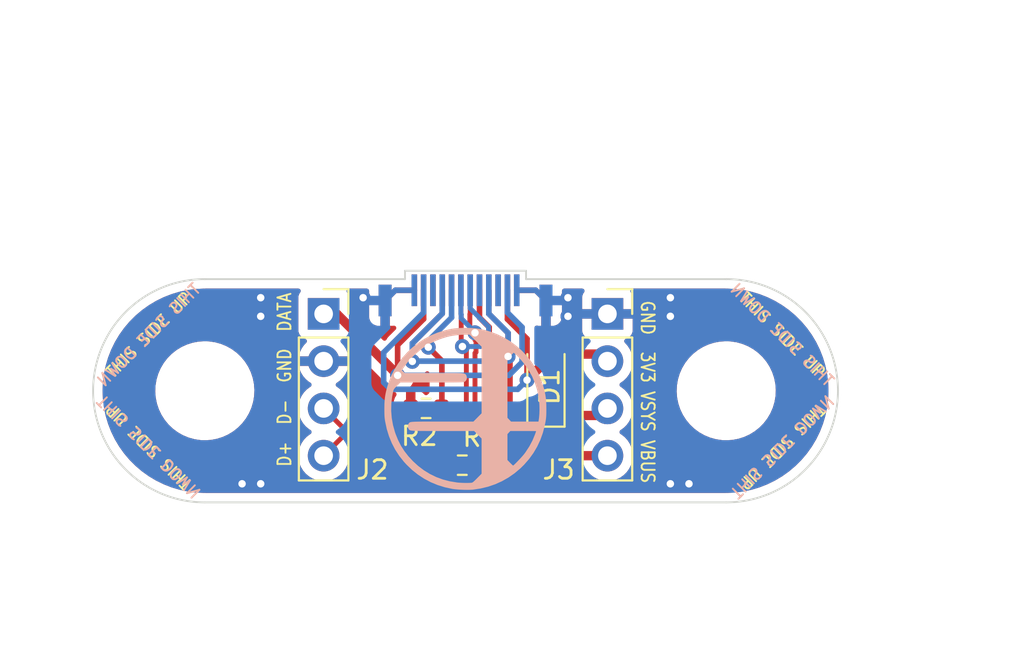
<source format=kicad_pcb>
(kicad_pcb (version 20211014) (generator pcbnew)
  (title_block (title "SergioPico USB Connector") (date "2022-09-18") (rev "1") (company "Sergio Dhelomme"))
  (layers (0 "F.Cu" signal) (31 "B.Cu" signal) (34 "B.Paste" user) (35 "F.Paste" user) (36 "B.SilkS" user "B.Silkscreen") (37 "F.SilkS" user "F.Silkscreen") (38 "B.Mask" user) (39 "F.Mask" user) (44 "Edge.Cuts" user))
  (net 0 "")
  (net 1 "VSYS")
  (net 2 "+3V3")
  (net 3 "GND")
  (net 4 "VBUS")
  (net 5 "Net-(J1-PadA5)")
  (net 6 "D+")
  (net 7 "D-")
  (net 9 "DATA")
  (net 10 "Net-(J1-PadB5)")
  (footprint "Resistor_SMD:R_0603_1608Metric" (layer "F.Cu") (at 124.881902 113.026162)
    (fp_text reference "R2" (at -0.363196 1.494196 180) (layer "F.SilkS"))
    (fp_text value "5.1k")
    (fp_line (start -0.237258 -0.5225) (end 0.237258 -0.5225) (layer "F.SilkS") (width 0.12))
    (fp_line (start -0.237258 0.5225) (end 0.237258 0.5225) (layer "F.SilkS") (width 0.12))
    (pad "1" smd roundrect locked (at -0.825 0) (size 0.8 0.95) (layers "F.Cu" "F.Paste" "F.Mask") (net 3 "GND"))
    (pad "2" smd roundrect locked (at 0.825 0) (size 0.8 0.95) (layers "F.Cu" "F.Paste" "F.Mask") (net 10 "Net-(J1-PadB5)"))
  )
  (footprint "Connector_PinSocket_2.54mm:PinSocket_1x04_P2.54mm_Vertical" (layer "F.Cu") (at 134.62 107.95)
    (fp_text reference "J3" (at -2.62 8.38) (layer "F.SilkS"))
    (fp_text value "Conn_01x04")
    (fp_line (start -1.33 1.27) (end -1.33 8.95) (layer "F.SilkS") (width 0.12))
    (fp_line (start -1.33 8.95) (end 1.33 8.95) (layer "F.SilkS") (width 0.12))
    (fp_line (start 1.33 -1.33) (end 1.33 0) (layer "F.SilkS") (width 0.12))
    (fp_line (start 1.33 1.27) (end 1.33 8.95) (layer "F.SilkS") (width 0.12))
    (fp_line (start 0 -1.33) (end 1.33 -1.33) (layer "F.SilkS") (width 0.12))
    (fp_line (start -1.33 1.27) (end 1.33 1.27) (layer "F.SilkS") (width 0.12))
    (pad "1" thru_hole rect locked (at 0 0) (size 1.7 1.7) (drill 1) (layers *.Cu *.Mask) (net 3 "GND"))
    (pad "2" thru_hole oval locked (at 0 2.54) (size 1.7 1.7) (drill 1) (layers *.Cu *.Mask) (net 2 "+3V3"))
    (pad "3" thru_hole oval locked (at 0 5.08) (size 1.7 1.7) (drill 1) (layers *.Cu *.Mask) (net 1 "VSYS"))
    (pad "4" thru_hole oval locked (at 0 7.62) (size 1.7 1.7) (drill 1) (layers *.Cu *.Mask) (net 4 "VBUS"))
  )
  (footprint "Sergio_footprints:Xunpu C2856665 USBC Straddle Mount" (layer "F.Cu") (at 127 106.68)
    (fp_text reference "J1" hide)
    (fp_text value "TYPE_C_31_M_04" hide)
    (pad "A1" smd rect locked (at 2.75 0) (size 0.3 1.7) (layers "F.Cu" "F.Paste" "F.Mask") (net 3 "GND"))
    (pad "A2" smd rect locked (at 2.25 0) (size 0.3 1.7) (layers "F.Cu" "F.Paste" "F.Mask") (net 2 "+3V3"))
    (pad "A3" smd rect locked (at 1.75 0) (size 0.3 1.7) (layers "F.Cu" "F.Paste" "F.Mask"))
    (pad "A4" smd rect locked (at 1.25 0) (size 0.3 1.7) (layers "F.Cu" "F.Paste" "F.Mask") (net 4 "VBUS"))
    (pad "A5" smd rect locked (at 0.75 0) (size 0.3 1.7) (layers "F.Cu" "F.Paste" "F.Mask") (net 5 "Net-(J1-PadA5)"))
    (pad "A6" smd rect locked (at 0.25 0) (size 0.3 1.7) (layers "F.Cu" "F.Paste" "F.Mask") (net 6 "D+"))
    (pad "A7" smd rect locked (at -0.25 0) (size 0.3 1.7) (layers "F.Cu" "F.Paste" "F.Mask") (net 7 "D-"))
    (pad "A8" smd rect locked (at -0.75 0) (size 0.3 1.7) (layers "F.Cu" "F.Paste" "F.Mask"))
    (pad "A9" smd rect locked (at -1.25 0) (size 0.3 1.7) (layers "F.Cu" "F.Paste" "F.Mask") (net 4 "VBUS"))
    (pad "A10" smd rect locked (at -1.75 0) (size 0.3 1.7) (layers "F.Cu" "F.Paste" "F.Mask"))
    (pad "A11" smd rect locked (at -2.25 0) (size 0.3 1.7) (layers "F.Cu" "F.Paste" "F.Mask") (net 9 "DATA"))
    (pad "A12" smd rect locked (at -2.75 0) (size 0.3 1.7) (layers "F.Cu" "F.Paste" "F.Mask") (net 3 "GND"))
    (pad "B1" smd rect locked (at -2.75 0) (size 0.3 1.7) (layers "B.Cu" "B.Paste" "B.Mask") (net 3 "GND"))
    (pad "B2" smd rect locked (at -2.25 0) (size 0.3 1.7) (layers "B.Cu" "B.Paste" "B.Mask") (net 2 "+3V3"))
    (pad "B3" smd rect locked (at -1.75 0) (size 0.3 1.7) (layers "B.Cu" "B.Paste" "B.Mask"))
    (pad "B4" smd rect locked (at -1.25 0) (size 0.3 1.7) (layers "B.Cu" "B.Paste" "B.Mask") (net 4 "VBUS"))
    (pad "B5" smd rect locked (at -0.75 0) (size 0.3 1.7) (layers "B.Cu" "B.Paste" "B.Mask") (net 10 "Net-(J1-PadB5)"))
    (pad "B6" smd rect locked (at -0.25 0) (size 0.3 1.7) (layers "B.Cu" "B.Paste" "B.Mask") (net 6 "D+"))
    (pad "B7" smd rect locked (at 0.25 0) (size 0.3 1.7) (layers "B.Cu" "B.Paste" "B.Mask") (net 7 "D-"))
    (pad "B8" smd rect locked (at 0.75 0) (size 0.3 1.7) (layers "B.Cu" "B.Paste" "B.Mask"))
    (pad "B9" smd rect locked (at 1.25 0) (size 0.3 1.7) (layers "B.Cu" "B.Paste" "B.Mask") (net 4 "VBUS"))
    (pad "B10" smd rect locked (at 1.75 0) (size 0.3 1.7) (layers "B.Cu" "B.Paste" "B.Mask"))
    (pad "B11" smd rect locked (at 2.25 0) (size 0.3 1.7) (layers "B.Cu" "B.Paste" "B.Mask") (net 9 "DATA"))
    (pad "B12" smd rect locked (at 2.75 0) (size 0.3 1.7) (layers "B.Cu" "B.Paste" "B.Mask") (net 3 "GND"))
    (pad "S1" smd rect locked (at -4.32 0.55) (size 0.7 1.7) (layers "B.Cu" "B.Paste" "B.Mask") (net 3 "GND"))
    (pad "S1" smd rect locked (at -4.32 0.55) (size 0.7 1.7) (layers "F.Cu" "F.Paste" "F.Mask") (net 3 "GND"))
    (pad "S1" smd rect locked (at 4.32 0.55) (size 0.7 1.7) (layers "F.Cu" "F.Paste" "F.Mask") (net 3 "GND"))
    (pad "S1" smd rect locked (at 4.32 0.55) (size 0.7 1.7) (layers "B.Cu" "B.Paste" "B.Mask") (net 3 "GND"))
  )
  (footprint "Diode_SMD:D_SOD-123" (layer "F.Cu") (at 131.318 111.76 90)
    (fp_text reference "D1" (at -0.11298 0.205733 90) (layer "F.SilkS"))
    (fp_text value "B5819W")
    (fp_line (start -2.25 -1) (end -2.25 1) (layer "F.SilkS") (width 0.12))
    (fp_line (start -2.25 -1) (end 1.65 -1) (layer "F.SilkS") (width 0.12))
    (fp_line (start -2.25 1) (end 1.65 1) (layer "F.SilkS") (width 0.12))
    (pad "1" smd rect locked (at -1.65 0 90) (size 0.9 1.2) (layers "F.Cu" "F.Paste" "F.Mask") (net 1 "VSYS"))
    (pad "2" smd rect locked (at 1.65 0 90) (size 0.9 1.2) (layers "F.Cu" "F.Paste" "F.Mask") (net 2 "+3V3"))
  )
  (footprint "MountingHole:MountingHole_4.3mm_M4" (layer "F.Cu") (at 141 112.08)
    (fp_text reference "H2" hide)
    (fp_text value "MountingHole")
    (pad "" np_thru_hole circle locked (at 0 0) (size 4.3 4.3) (drill 4.3) (layers *.Cu *.Mask))
  )
  (footprint "MountingHole:MountingHole_4.3mm_M4" (layer "F.Cu") (at 113 112.08)
    (fp_text reference "H1" hide)
    (fp_text value "MountingHole")
    (pad "" np_thru_hole circle locked (at 0 0) (size 4.3 4.3) (drill 4.3) (layers *.Cu *.Mask))
  )
  (footprint "Resistor_SMD:R_0603_1608Metric" (layer "F.Cu") (at 126.825 116.08 180)
    (fp_text reference "R1" (at -0.996393 1.507835 180) (layer "F.SilkS"))
    (fp_text value "5.1k")
    (fp_line (start -0.237258 -0.5225) (end 0.237258 -0.5225) (layer "F.SilkS") (width 0.12))
    (fp_line (start -0.237258 0.5225) (end 0.237258 0.5225) (layer "F.SilkS") (width 0.12))
    (pad "1" smd roundrect locked (at -0.825 0 180) (size 0.8 0.95) (layers "F.Cu" "F.Paste" "F.Mask") (net 5 "Net-(J1-PadA5)"))
    (pad "2" smd roundrect locked (at 0.825 0 180) (size 0.8 0.95) (layers "F.Cu" "F.Paste" "F.Mask") (net 3 "GND"))
  )
  (footprint "Connector_PinSocket_2.54mm:PinSocket_1x04_P2.54mm_Vertical" (layer "F.Cu") (at 119.38 107.95)
    (fp_text reference "J2" (at 2.62 8.38) (layer "F.SilkS"))
    (fp_text value "Conn_01x04")
    (fp_line (start -1.33 1.27) (end 1.33 1.27) (layer "F.SilkS") (width 0.12))
    (fp_line (start -1.33 8.95) (end 1.33 8.95) (layer "F.SilkS") (width 0.12))
    (fp_line (start 1.33 1.27) (end 1.33 8.95) (layer "F.SilkS") (width 0.12))
    (fp_line (start -1.33 1.27) (end -1.33 8.95) (layer "F.SilkS") (width 0.12))
    (fp_line (start 1.33 -1.33) (end 1.33 0) (layer "F.SilkS") (width 0.12))
    (fp_line (start 0 -1.33) (end 1.33 -1.33) (layer "F.SilkS") (width 0.12))
    (pad "1" thru_hole rect locked (at 0 0) (size 1.7 1.7) (drill 1) (layers *.Cu *.Mask) (net 9 "DATA"))
    (pad "2" thru_hole oval locked (at 0 2.54) (size 1.7 1.7) (drill 1) (layers *.Cu *.Mask) (net 3 "GND"))
    (pad "3" thru_hole oval locked (at 0 5.08) (size 1.7 1.7) (drill 1) (layers *.Cu *.Mask) (net 7 "D-"))
    (pad "4" thru_hole oval locked (at 0 7.62) (size 1.7 1.7) (drill 1) (layers *.Cu *.Mask) (net 6 "D+"))
  )
  (footprint "LOGO" (layer "B.Cu") (at 127 113.08 180)
    (fp_text reference "G***" hide)
    (fp_text value "LOGO" hide)
    (fp_poly (pts (xy 0.224373 4.375461) (xy 0.412558 4.366967) (xy 0.584357 4.351242) (xy 0.750188 4.326998) (xy 0.920472 4.292953) (xy 1.105629 4.24782) (xy 1.141249 4.238444) (xy 1.51643 4.119657) (xy 1.876946 3.96751) (xy 2.220866 3.783935) (xy 2.546257 3.570863) (xy 2.851188 3.330227) (xy 3.133728 3.063959) (xy 3.391943 2.773989) (xy 3.623903 2.46225) (xy 3.827676 2.130674) (xy 4.00133 1.781193) (xy 4.142932 1.415737) (xy 4.219685 1.160007) (xy 4.266944 0.971077) (xy 4.302886 0.79889) (xy 4.328794 0.633026) (xy 4.345955 0.463067) (xy 4.355652 0.278591) (xy 4.359171 0.069179) (xy 4.359248 0.028139) (xy 4.358637 -0.126124) (xy 4.356469 -0.251041) (xy 4.352244 -0.35477) (xy 4.345458 -0.445471) (xy 4.335612 -0.5313) (xy 4.322202 -0.620417) (xy 4.317719 -0.647194) (xy 4.230551 -1.056117) (xy 4.1116 -1.445202) (xy 3.960646 -1.814895) (xy 3.777466 -2.165641) (xy 3.561841 -2.497887) (xy 3.313551 -2.812078) (xy 3.165848 -2.974355) (xy 2.870009 -3.257901) (xy 2.554704 -3.509433) (xy 2.220574 -3.728614) (xy 1.868256 -3.915106) (xy 1.49839 -4.068574) (xy 1.111616 -4.18868) (xy 0.708571 -4.275087) (xy 0.694092 -4.277511) (xy 0.570108 -4.294037) (xy 0.420722 -4.307569) (xy 0.255756 -4.31777) (xy 0.085031 -4.324307) (xy -0.081632 -4.326844) (xy -0.23441 -4.325047) (xy -0.363483 -4.318579) (xy -0.403323 -4.31493) (xy -0.814143 -4.252931) (xy -1.210436 -4.156643) (xy -1.591266 -4.026523) (xy -1.955695 -3.86303) (xy -2.302788 -3.66662) (xy -2.602727 -3.457854) (xy -0.862925 -3.457854) (xy -0.625626 -3.697682) (xy -0.537855 -3.785534) (xy -0.471183 -3.849742) (xy -0.421033 -3.894016) (xy -0.382826 -3.922066) (xy -0.351982 -3.937603) (xy -0.323924 -3.944335) (xy -0.320788 -3.9447) (xy -0.217447 -3.951775) (xy -0.088096 -3.954702) (xy 0.056009 -3.953691) (xy 0.203613 -3.948951) (xy 0.34346 -3.940692) (xy 0.454907 -3.930247) (xy 0.843308 -3.866939) (xy 1.215485 -3.769807) (xy 1.571333 -3.638901) (xy 1.910747 -3.474272) (xy 2.233624 -3.27597) (xy 2.539857 -3.044046) (xy 2.822713 -2.785194) (xy 3.069222 -2.51905) (xy 3.281878 -2.245979) (xy 3.464335 -1.960071) (xy 3.620243 -1.655411) (xy 3.753256 -1.326089) (xy 3.789987 -1.21935) (xy 3.89452 -0.845464) (xy 3.961796 -0.467505) (xy 3.991789 -0.086038) (xy 3.984471 0.298373) (xy 3.939818 0.685162) (xy 3.890674 0.937961) (xy 3.877131 0.99516) (xy 3.863087 1.039409) (xy 3.843673 1.078183) (xy 3.814022 1.118959) (xy 3.769265 1.169214) (xy 3.704532 1.236425) (xy 3.679956 1.261558) (xy 3.500954 1.444461) (xy 1.815532 1.444461) (xy 1.519276 1.444535) (xy 1.258295 1.444779) (xy 1.030344 1.445229) (xy 0.833178 1.445919) (xy 0.664554 1.446883) (xy 0.522226 1.448157) (xy 0.403952 1.449774) (xy 0.307487 1.45177) (xy 0.230586 1.45418) (xy 0.171005 1.457037) (xy 0.126501 1.460376) (xy 0.094828 1.464233) (xy 0.073744 1.468641) (xy 0.065466 1.471471) (xy -0.003608 1.519056) (xy -0.05047 1.589342) (xy -0.072497 1.673031) (xy -0.067067 1.760825) (xy -0.037037 1.834844) (xy -0.025097 1.854888) (xy -0.013684 1.872485) (xy -0.000414 1.887794) (xy 0.017096 1.900973) (xy 0.041231 1.912183) (xy 0.074374 1.921582) (xy 0.11891 1.929329) (xy 0.177223 1.935583) (xy 0.251696 1.940504) (xy 0.344713 1.944251) (xy 0.458659 1.946982) (xy 0.595918 1.948857) (xy 0.758873 1.950036) (xy 0.949909 1.950676) (xy 1.171409 1.950937) (xy 1.425758 1.950979) (xy 1.702681 1.95096) (xy 3.275251 1.95096) (xy 3.418979 2.09815) (xy 3.328347 2.23448) (xy 3.131975 2.50136) (xy 2.905261 2.759453) (xy 2.655329 3.001911) (xy 2.389306 3.221884) (xy 2.114318 3.412525) (xy 2.081413 3.432887) (xy 1.842857 3.565152) (xy 1.580142 3.687107) (xy 1.306273 3.793534) (xy 1.034252 3.879214) (xy 0.863817 3.921478) (xy 0.686028 3.954554) (xy 0.487055 3.981987) (xy 0.28303 4.002038) (xy 0.090083 4.012971) (xy 0.00071 4.014475) (xy -0.214542 4.014475) (xy -0.538733 3.690284) (xy -0.862925 3.366093) (xy -0.862925 -0.212254) (xy -0.643501 -0.434414) (xy -0.424078 -0.656573) (xy 1.242733 -0.656573) (xy 1.536878 -0.656541) (xy 1.795844 -0.656538) (xy 2.021969 -0.656709) (xy 2.217593 -0.657194) (xy 2.385054 -0.658137) (xy 2.526692 -0.65968) (xy 2.644846 -0.661965) (xy 2.741854 -0.665135) (xy 2.820055 -0.669333) (xy 2.881789 -0.674701) (xy 2.929395 -0.681381) (xy 2.96521 -0.689516) (xy 2.991575 -0.699249) (xy 3.010829 -0.710722) (xy 3.025309 -0.724077) (xy 3.037356 -0.739457) (xy 3.049308 -0.757004) (xy 3.056276 -0.767052) (xy 3.087878 -0.84007) (xy 3.095439 -0.926018) (xy 3.078959 -1.009021) (xy 3.056276 -1.052594) (xy 3.043523 -1.071233) (xy 3.031905 -1.087653) (xy 3.019096 -1.101995) (xy 3.002771 -1.114399) (xy 2.980604 -1.125006) (xy 2.950272 -1.133955) (xy 2.909448 -1.141386) (xy 2.855807 -1.147441) (xy 2.787025 -1.152258) (xy 2.700775 -1.155979) (xy 2.594734 -1.158743) (xy 2.466575 -1.16069) (xy 2.313973 -1.161962) (xy 2.134604 -1.162697) (xy 1.926143 -1.163037) (xy 1.686263 -1.16312) (xy 1.41264 -1.163089) (xy 1.223891 -1.163073) (xy -0.461763 -1.163073) (xy -0.862925 -1.570169) (xy -0.862925 -3.457854) (xy -2.602727 -3.457854) (xy -2.631609 -3.437751) (xy -2.94122 -3.176881) (xy -3.147088 -2.974355) (xy -3.41319 -2.669499) (xy -3.64662 -2.346477) (xy -3.847529 -2.004985) (xy -4.016067 -1.64472) (xy -4.152384 -1.265379) (xy -4.177071 -1.170957) (xy -3.789365 -1.170957) (xy -3.78353 -1.190968) (xy -3.767903 -1.237935) (xy -3.745305 -1.303479) (xy -3.732825 -1.339031) (xy -3.598669 -1.665171) (xy -3.428499 -1.986395) (xy -3.223752 -2.300071) (xy -3.164545 -2.380713) (xy -3.11866 -2.438171) (xy -3.05767 -2.509378) (xy -2.985981 -2.589717) (xy -2.907999 -2.674575) (xy -2.828131 -2.759337) (xy -2.750782 -2.839386) (xy -2.680359 -2.910109) (xy -2.621267 -2.966891) (xy -2.577913 -3.005116) (xy -2.554704 -3.02017) (xy -2.553957 -3.020236) (xy -2.535581 -3.00756) (xy -2.497283 -2.973211) (xy -2.444991 -2.922707) (xy -2.395055 -2.872317) (xy -2.251108 -2.724397) (xy -2.251108 -1.331067) (xy -2.40596 -1.163073) (xy -3.097662 -1.163073) (xy -3.254569 -1.163279) (xy -3.399002 -1.163865) (xy -3.526826 -1.164785) (xy -3.633904 -1.165991) (xy -3.716101 -1.167436) (xy -3.769281 -1.169074) (xy -3.789307 -1.170855) (xy -3.789365 -1.170957) (xy -4.177071 -1.170957) (xy -4.25663 -0.866657) (xy -4.29896 -0.647194) (xy -4.313462 -0.555682) (xy -4.32426 -0.469752) (xy -4.331856 -0.381246) (xy -4.336751 -0.282006) (xy -4.339446 -0.163873) (xy -4.340377 -0.028498) (xy -3.972085 -0.028498) (xy -3.964691 -0.252978) (xy -3.946796 -0.461332) (xy -3.927301 -0.595606) (xy -3.916504 -0.656573) (xy -2.444142 -0.656573) (xy -2.347625 -0.55452) (xy -2.251108 -0.452468) (xy -2.251108 2.706756) (xy -2.417795 2.87616) (xy -2.584482 3.045563) (xy -2.685445 2.959308) (xy -2.742038 2.90758) (xy -2.812469 2.838318) (xy -2.885957 2.762298) (xy -2.928012 2.716844) (xy -3.179482 2.412692) (xy -3.397092 2.092494) (xy -3.580694 1.756563) (xy -3.730136 1.405212) (xy -3.845269 1.038754) (xy -3.925943 0.6575) (xy -3.930925 0.62623) (xy -3.955237 0.422654) (xy -3.968945 0.200562) (xy -3.972085 -0.028498) (xy -4.340377 -0.028498) (xy -4.340444 -0.018689) (xy -4.340488 0.028139) (xy -4.337942 0.243132) (xy -4.329449 0.431317) (xy -4.313723 0.603115) (xy -4.28948 0.768947) (xy -4.255434 0.939231) (xy -4.210301 1.124388) (xy -4.200925 1.160007) (xy -4.082173 1.535055) (xy -3.930049 1.895474) (xy -3.746492 2.239329) (xy -3.533437 2.564684) (xy -3.292821 2.869601) (xy -3.02658 3.152146) (xy -2.736651 3.410381) (xy -2.424969 3.64237) (xy -2.093471 3.846177) (xy -1.744093 4.019865) (xy -1.378772 4.161498) (xy -1.122489 4.238444) (xy -0.933558 4.285703) (xy -0.761371 4.321645) (xy -0.595508 4.347553) (xy -0.425548 4.364714) (xy -0.241073 4.374411) (xy -0.03166 4.37793) (xy 0.00938 4.378006)) (layer "B.SilkS") (width 0) (fill solid))
  )
  (gr_line (start 130.25 106.08) (end 130.25 105.63) (layer "Edge.Cuts") (width 0.1))
  (gr_arc (start 113 118.08) (mid 107 112.08) (end 113 106.08) (layer "Edge.Cuts") (width 0.1))
  (gr_arc (start 141 106.08) (mid 147 112.08) (end 141 118.08) (layer "Edge.Cuts") (width 0.1))
  (gr_line (start 123.75 106.08) (end 123.75 105.63) (layer "Edge.Cuts") (width 0.1))
  (gr_line (start 130.25 106.08) (end 141 106.08) (layer "Edge.Cuts") (width 0.1))
  (gr_line (start 113 118.08) (end 141 118.08) (layer "Edge.Cuts") (width 0.1))
  (gr_line (start 123.75 105.63) (end 130.25 105.63) (layer "Edge.Cuts") (width 0.1))
  (gr_line (start 113 106.08) (end 123.75 106.08) (layer "Edge.Cuts") (width 0.1))
  (gr_text "THIS SIDE DOWN" (at 110 115.08 -225) (layer "B.SilkS") (effects (font (size 0.6 0.6) (thickness 0.1)) (justify mirror)))
  (gr_text "THIS SIDE DOWN" (at 144 109.08 -45) (layer "B.SilkS") (effects (font (size 0.6 0.6) (thickness 0.1)) (justify mirror)))
  (gr_text "THIS SIDE DOWN" (at 144 115.08 -135) (layer "B.SilkS") (effects (font (size 0.6 0.6) (thickness 0.1)) (justify mirror)))
  (gr_text "THIS SIDE DOWN" (at 109.999999 109.08 -315) (layer "B.SilkS") (effects (font (size 0.6 0.6) (thickness 0.1)) (justify mirror)))
  (gr_text "THIS SIDE UP" (at 144 109.08 315) (layer "F.SilkS") (effects (font (size 0.6 0.6) (thickness 0.1))))
  (gr_text "D+  D-  GND  DATA" (at 117.279409 116.222446 90) (layer "F.SilkS") (effects (font (size 0.7 0.6) (thickness 0.1)) (justify left)))
  (gr_text "THIS SIDE UP" (at 110 109.08 45) (layer "F.SilkS") (effects (font (size 0.6 0.6) (thickness 0.1))))
  (gr_text "THIS SIDE UP" (at 144 115.08 225) (layer "F.SilkS") (effects (font (size 0.6 0.6) (thickness 0.1))))
  (gr_text "THIS SIDE UP" (at 110 115.08 135) (layer "F.SilkS") (effects (font (size 0.6 0.6) (thickness 0.1))))
  (gr_text "GND  3V3 VSYS VBUS" (at 136.778561 107.178968 270) (layer "F.SilkS") (effects (font (size 0.7 0.6) (thickness 0.1)) (justify left)))
  (segment (start 134.24 113.41) (end 134.62 113.03) (width 0.5) (layer "F.Cu") (net 1))
  (segment (start 131.318 113.41) (end 134.24 113.41) (width 0.5) (layer "F.Cu") (net 1))
  (segment (start 131.318 110.11) (end 134.24 110.11) (width 0.5) (layer "F.Cu") (net 2))
  (segment (start 130.302 109.287174) (end 130.302 111.506) (width 0.3) (layer "F.Cu") (net 2))
  (segment (start 129.25 106.68) (end 129.25 108.235174) (width 0.3) (layer "F.Cu") (net 2))
  (segment (start 134.24 110.11) (end 134.62 110.49) (width 0.5) (layer "F.Cu") (net 2))
  (segment (start 131.318 110.11) (end 131.318 110.49) (width 0.5) (layer "F.Cu") (net 2))
  (segment (start 131.318 110.49) (end 130.302 111.506) (width 0.5) (layer "F.Cu") (net 2))
  (segment (start 129.25 108.235174) (end 130.302 109.287174) (width 0.3) (layer "F.Cu") (net 2))
  (via (at 130.302 111.506) (size 0.8) (drill 0.4) (layers "F.Cu" "B.Cu") (net 2))
  (segment (start 129.806489 112.001511) (end 130.302 111.506) (width 0.3) (layer "B.Cu") (net 2))
  (segment (start 124.75 106.68) (end 124.75 107.879022) (width 0.3) (layer "B.Cu") (net 2))
  (segment (start 122.603093 111.632002) (end 122.972602 112.001511) (width 0.3) (layer "B.Cu") (net 2))
  (segment (start 122.972602 112.001511) (end 129.806489 112.001511) (width 0.3) (layer "B.Cu") (net 2))
  (segment (start 124.75 107.879022) (end 122.603093 110.025929) (width 0.3) (layer "B.Cu") (net 2))
  (segment (start 122.603093 110.025929) (end 122.603093 111.632002) (width 0.3) (layer "B.Cu") (net 2))
  (segment (start 123.23 106.68) (end 122.68 107.23) (width 0.3) (layer "F.Cu") (net 3))
  (segment (start 129.75 106.68) (end 130.77 106.68) (width 0.3) (layer "F.Cu") (net 3))
  (segment (start 130.77 106.68) (end 131.32 107.23) (width 0.3) (layer "F.Cu") (net 3))
  (segment (start 124.25 106.68) (end 123.23 106.68) (width 0.3) (layer "F.Cu") (net 3))
  (via (at 121.5 107.08) (size 0.8) (drill 0.4) (layers "F.Cu" "B.Cu") (net 3))
  (via (at 115 117.08) (size 0.8) (drill 0.4) (layers "F.Cu" "B.Cu") (net 3))
  (via (at 132.5 107.08) (size 0.8) (drill 0.4) (layers "F.Cu" "B.Cu") (net 3))
  (via (at 139 117.08) (size 0.8) (drill 0.4) (layers "F.Cu" "B.Cu") (net 3))
  (via (at 138 117.08) (size 0.8) (drill 0.4) (layers "F.Cu" "B.Cu") (net 3))
  (via (at 132.5 108.08) (size 0.8) (drill 0.4) (layers "F.Cu" "B.Cu") (net 3))
  (via (at 138 108.08) (size 0.8) (drill 0.4) (layers "F.Cu" "B.Cu") (net 3))
  (via (at 116 108.08) (size 0.8) (drill 0.4) (layers "F.Cu" "B.Cu") (net 3))
  (via (at 116 117.08) (size 0.8) (drill 0.4) (layers "F.Cu" "B.Cu") (net 3))
  (via (at 116 107.08) (size 0.8) (drill 0.4) (layers "F.Cu" "B.Cu") (net 3))
  (via (at 138 107.08) (size 0.8) (drill 0.4) (layers "F.Cu" "B.Cu") (net 3))
  (segment (start 131.32 107.23) (end 130.77 106.68) (width 0.3) (layer "B.Cu") (net 3))
  (segment (start 130.77 106.68) (end 129.75 106.68) (width 0.3) (layer "B.Cu") (net 3))
  (segment (start 124.25 106.68) (end 123.23 106.68) (width 0.3) (layer "B.Cu") (net 3))
  (segment (start 123.23 106.68) (end 122.68 107.23) (width 0.3) (layer "B.Cu") (net 3))
  (segment (start 130.49 115.57) (end 129.286 114.366) (width 0.5) (layer "F.Cu") (net 4))
  (segment (start 129.286 110.236) (end 129.286 108.977602) (width 0.3) (layer "F.Cu") (net 4))
  (segment (start 128.25 107.941602) (end 128.25 106.68) (width 0.3) (layer "F.Cu") (net 4))
  (segment (start 124.141999 110.5025) (end 124.141999 109.538001) (width 0.3) (layer "F.Cu") (net 4))
  (segment (start 129.286 108.977602) (end 128.25 107.941602) (width 0.3) (layer "F.Cu") (net 4))
  (segment (start 129.286 114.366) (end 129.286 110.236) (width 0.5) (layer "F.Cu") (net 4))
  (segment (start 124.141999 109.538001) (end 125.75 107.93) (width 0.3) (layer "F.Cu") (net 4))
  (segment (start 134.62 115.57) (end 130.49 115.57) (width 0.5) (layer "F.Cu") (net 4))
  (segment (start 125.75 107.93) (end 125.75 106.68) (width 0.3) (layer "F.Cu") (net 4))
  (via (at 129.286 110.236) (size 0.8) (drill 0.4) (layers "F.Cu" "B.Cu") (net 4))
  (via (at 124.141999 110.5025) (size 0.8) (drill 0.4) (layers "F.Cu" "B.Cu") (net 4))
  (segment (start 125.75 107.93) (end 125.75 106.68) (width 0.3) (layer "B.Cu") (net 4))
  (segment (start 124.141999 109.538001) (end 125.75 107.93) (width 0.3) (layer "B.Cu") (net 4))
  (segment (start 129.286 110.236) (end 129.286 108.977602) (width 0.3) (layer "B.Cu") (net 4))
  (segment (start 124.154499 110.49) (end 129.032 110.49) (width 0.3) (layer "B.Cu") (net 4))
  (segment (start 124.141999 110.5025) (end 124.141999 109.538001) (width 0.3) (layer "B.Cu") (net 4))
  (segment (start 128.25 107.941602) (end 128.25 106.68) (width 0.3) (layer "B.Cu") (net 4))
  (segment (start 124.141999 110.5025) (end 124.154499 110.49) (width 0.3) (layer "B.Cu") (net 4))
  (segment (start 129.286 108.977602) (end 128.25 107.941602) (width 0.3) (layer "B.Cu") (net 4))
  (segment (start 129.032 110.49) (end 129.286 110.236) (width 0.3) (layer "B.Cu") (net 4))
  (segment (start 127.75 106.68) (end 127.75 108.14803) (width 0.3) (layer "F.Cu") (net 5))
  (segment (start 127.75 108.14803) (end 128.27 108.66803) (width 0.3) (layer "F.Cu") (net 5))
  (segment (start 128.27 115.46) (end 127.65 116.08) (width 0.3) (layer "F.Cu") (net 5))
  (segment (start 128.27 108.66803) (end 128.27 115.46) (width 0.3) (layer "F.Cu") (net 5))
  (segment (start 127.563081 109.400751) (end 127.563081 110.005561) (width 0.261112) (layer "F.Cu") (net 6))
  (segment (start 127.508 110.060642) (end 127.508 113.70978) (width 0.261112) (layer "F.Cu") (net 6))
  (segment (start 127.508 108.966) (end 127.508 109.34567) (width 0.261112) (layer "F.Cu") (net 6))
  (segment (start 127.563081 110.005561) (end 127.508 110.060642) (width 0.261112) (layer "F.Cu") (net 6))
  (segment (start 126.685623 114.532157) (end 120.417843 114.532157) (width 0.261112) (layer "F.Cu") (net 6))
  (segment (start 127.232156 107.972845) (end 127.232156 108.690156) (width 0.261112) (layer "F.Cu") (net 6))
  (segment (start 127.25 107.955001) (end 127.232156 107.972845) (width 0.261112) (layer "F.Cu") (net 6))
  (segment (start 127.508 113.70978) (end 126.685623 114.532157) (width 0.261112) (layer "F.Cu") (net 6))
  (segment (start 120.417843 114.532157) (end 119.38 115.57) (width 0.261112) (layer "F.Cu") (net 6))
  (segment (start 127.232156 108.690156) (end 127.508 108.966) (width 0.261112) (layer "F.Cu") (net 6))
  (segment (start 127.25 106.68) (end 127.25 107.955001) (width 0.261112) (layer "F.Cu") (net 6))
  (segment (start 127.508 109.34567) (end 127.563081 109.400751) (width 0.261112) (layer "F.Cu") (net 6))
  (via (at 127.508 108.966) (size 0.8) (drill 0.4) (layers "F.Cu" "B.Cu") (net 6))
  (segment (start 126.767844 107.972845) (end 126.767844 108.188276) (width 0.261112) (layer "B.Cu") (net 6))
  (segment (start 126.767844 108.188276) (end 127.508 108.928432) (width 0.261112) (layer "B.Cu") (net 6))
  (segment (start 126.75 107.955001) (end 126.767844 107.972845) (width 0.261112) (layer "B.Cu") (net 6))
  (segment (start 126.75 106.68) (end 126.75 107.955001) (width 0.261112) (layer "B.Cu") (net 6))
  (segment (start 127.508 108.928432) (end 127.508 108.966) (width 0.261112) (layer "B.Cu") (net 6))
  (segment (start 127.043688 109.91383) (end 126.833014 109.703156) (width 0.261112) (layer "F.Cu") (net 7))
  (segment (start 126.767844 107.972845) (end 126.767844 109.637986) (width 0.261112) (layer "F.Cu") (net 7))
  (segment (start 123.724652 114.067843) (end 126.493297 114.067843) (width 0.261112) (layer "F.Cu") (net 7))
  (segment (start 121.587843 113.767843) (end 121.587843 113.377908) (width 0.261112) (layer "F.Cu") (net 7))
  (segment (start 119.38 113.03) (end 120.417843 114.067843) (width 0.261112) (layer "F.Cu") (net 7))
  (segment (start 127.043688 113.517452) (end 127.043688 109.91383) (width 0.261112) (layer "F.Cu") (net 7))
  (segment (start 120.417843 114.067843) (end 121.287843 114.067843) (width 0.261112) (layer "F.Cu") (net 7))
  (segment (start 126.767844 109.637986) (end 126.833014 109.703156) (width 0.261112) (layer "F.Cu") (net 7))
  (segment (start 122.487843 114.067843) (end 123.724652 114.067843) (width 0.261112) (layer "F.Cu") (net 7))
  (segment (start 126.75 106.68) (end 126.75 107.955001) (width 0.261112) (layer "F.Cu") (net 7))
  (segment (start 126.493297 114.067843) (end 127.043688 113.517452) (width 0.261112) (layer "F.Cu") (net 7))
  (segment (start 122.187843 113.377908) (end 122.187843 113.767843) (width 0.261112) (layer "F.Cu") (net 7))
  (segment (start 126.75 107.955001) (end 126.767844 107.972845) (width 0.261112) (layer "F.Cu") (net 7))
  (segment (start 119.38 113.18806) (end 119.38 113.03) (width 0.261112) (layer "F.Cu") (net 7))
  (via (at 126.833014 109.703156) (size 0.8) (drill 0.4) (layers "F.Cu" "B.Cu") (net 7))
  (arc (start 121.287843 114.067843) (mid 121.499975 113.979975) (end 121.587843 113.767843) (width 0.261112) (layer "F.Cu") (net 7))
  (arc (start 121.887843 113.077908) (mid 122.099975 113.165776) (end 122.187843 113.377908) (width 0.261112) (layer "F.Cu") (net 7))
  (arc (start 121.587843 113.377908) (mid 121.675711 113.165776) (end 121.887843 113.077908) (width 0.261112) (layer "F.Cu") (net 7))
  (arc (start 122.187843 113.767843) (mid 122.275711 113.979975) (end 122.487843 114.067843) (width 0.261112) (layer "F.Cu") (net 7))
  (segment (start 127.25 106.68) (end 127.25 107.654062) (width 0.261112) (layer "B.Cu") (net 7))
  (segment (start 127.25 107.654062) (end 128.238067 108.642129) (width 0.261112) (layer "B.Cu") (net 7))
  (segment (start 128.238067 109.268405) (end 127.803316 109.703156) (width 0.261112) (layer "B.Cu") (net 7))
  (segment (start 127.803316 109.703156) (end 126.833014 109.703156) (width 0.261112) (layer "B.Cu") (net 7))
  (segment (start 128.238067 108.642129) (end 128.238067 109.268405) (width 0.261112) (layer "B.Cu") (net 7))
  (segment (start 123.352593 111.252011) (end 123.352593 111.221169) (width 0.5) (layer "F.Cu") (net 9))
  (segment (start 120.081424 107.95) (end 119.38 107.95) (width 0.5) (layer "F.Cu") (net 9))
  (segment (start 123.352593 111.252011) (end 123.352593 109.620979) (width 0.3) (layer "F.Cu") (net 9))
  (segment (start 124.75 108.223572) (end 124.75 106.68) (width 0.3) (layer "F.Cu") (net 9))
  (segment (start 123.352593 111.221169) (end 120.081424 107.95) (width 0.5) (layer "F.Cu") (net 9))
  (segment (start 123.352593 109.620979) (end 124.75 108.223572) (width 0.3) (layer "F.Cu") (net 9))
  (via (at 123.352593 111.252011) (size 0.8) (drill 0.4) (layers "F.Cu" "B.Cu") (net 9))
  (segment (start 129.32997 111.252) (end 130.035511 110.546459) (width 0.3) (layer "B.Cu") (net 9))
  (segment (start 129.25 107.879022) (end 129.25 106.68) (width 0.3) (layer "B.Cu") (net 9))
  (segment (start 130.035511 108.664533) (end 129.25 107.879022) (width 0.3) (layer "B.Cu") (net 9))
  (segment (start 123.352593 111.252011) (end 123.352604 111.252) (width 0.3) (layer "B.Cu") (net 9))
  (segment (start 130.035511 110.546459) (end 130.035511 108.664533) (width 0.3) (layer "B.Cu") (net 9))
  (segment (start 123.352604 111.252) (end 129.32997 111.252) (width 0.3) (layer "B.Cu") (net 9))
  (segment (start 125.73 110.4705) (end 125.73 113.03) (width 0.3) (layer "F.Cu") (net 10))
  (segment (start 125 109.7405) (end 125.73 110.4705) (width 0.3) (layer "F.Cu") (net 10))
  (via (at 125 109.7405) (size 0.8) (drill 0.4) (layers "F.Cu" "B.Cu") (net 10))
  (segment (start 125 109.7405) (end 125 109.39803) (width 0.3) (layer "B.Cu") (net 10))
  (segment (start 125 109.39803) (end 126.25 108.14803) (width 0.3) (layer "B.Cu") (net 10))
  (segment (start 126.25 108.14803) (end 126.25 106.68) (width 0.3) (layer "B.Cu") (net 10))
  (zone (net 3) (net_name "GND") (layer "F.Cu") (connect_pads (clearance 0.508)) (min_thickness 0.254) (fill yes (thermal_gap 0.508) (thermal_bridge_width 0.508))
    (polygon (pts (xy 157 126.08) (xy 102 126.08) (xy 102 91.08) (xy 157 91.08)))
  )
  (zone (net 3) (net_name "GND") (layer "B.Cu") (connect_pads (clearance 0.508)) (min_thickness 0.254) (fill yes (thermal_gap 0.508) (thermal_bridge_width 0.508))
    (polygon (pts (xy 102 126.08) (xy 157 126.08) (xy 157 91.08) (xy 102 91.08)))
  )
)
</source>
